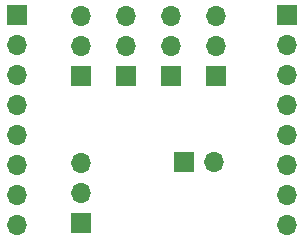
<source format=gbr>
%TF.GenerationSoftware,KiCad,Pcbnew,8.0.7-8.0.7-0~ubuntu24.04.1*%
%TF.CreationDate,2024-12-11T13:59:53+01:00*%
%TF.ProjectId,pcb,7063622e-6b69-4636-9164-5f7063625858,rev?*%
%TF.SameCoordinates,Original*%
%TF.FileFunction,Soldermask,Top*%
%TF.FilePolarity,Negative*%
%FSLAX46Y46*%
G04 Gerber Fmt 4.6, Leading zero omitted, Abs format (unit mm)*
G04 Created by KiCad (PCBNEW 8.0.7-8.0.7-0~ubuntu24.04.1) date 2024-12-11 13:59:53*
%MOMM*%
%LPD*%
G01*
G04 APERTURE LIST*
%ADD10R,1.700000X1.700000*%
%ADD11O,1.700000X1.700000*%
G04 APERTURE END LIST*
D10*
%TO.C,J8*%
X135382000Y-117602000D03*
D11*
X135382000Y-115062000D03*
X135382000Y-112522000D03*
%TD*%
D10*
%TO.C,J7*%
X144140000Y-112471200D03*
D11*
X146680000Y-112471200D03*
%TD*%
D10*
%TO.C,J4*%
X139192000Y-105156000D03*
D11*
X139192000Y-102616000D03*
X139192000Y-100076000D03*
%TD*%
D10*
%TO.C,J5*%
X146812000Y-105156000D03*
D11*
X146812000Y-102616000D03*
X146812000Y-100076000D03*
%TD*%
D10*
%TO.C,J6*%
X143002000Y-105156000D03*
D11*
X143002000Y-102616000D03*
X143002000Y-100076000D03*
%TD*%
D10*
%TO.C,J2*%
X152860000Y-100000000D03*
D11*
X152860000Y-102540000D03*
X152860000Y-105080000D03*
X152860000Y-107620000D03*
X152860000Y-110160000D03*
X152860000Y-112700000D03*
X152860000Y-115240000D03*
X152860000Y-117780000D03*
%TD*%
D10*
%TO.C,J1*%
X130000000Y-100000000D03*
D11*
X130000000Y-102540000D03*
X130000000Y-105080000D03*
X130000000Y-107620000D03*
X130000000Y-110160000D03*
X130000000Y-112700000D03*
X130000000Y-115240000D03*
X130000000Y-117780000D03*
%TD*%
D10*
%TO.C,J3*%
X135382000Y-105156000D03*
D11*
X135382000Y-102616000D03*
X135382000Y-100076000D03*
%TD*%
M02*

</source>
